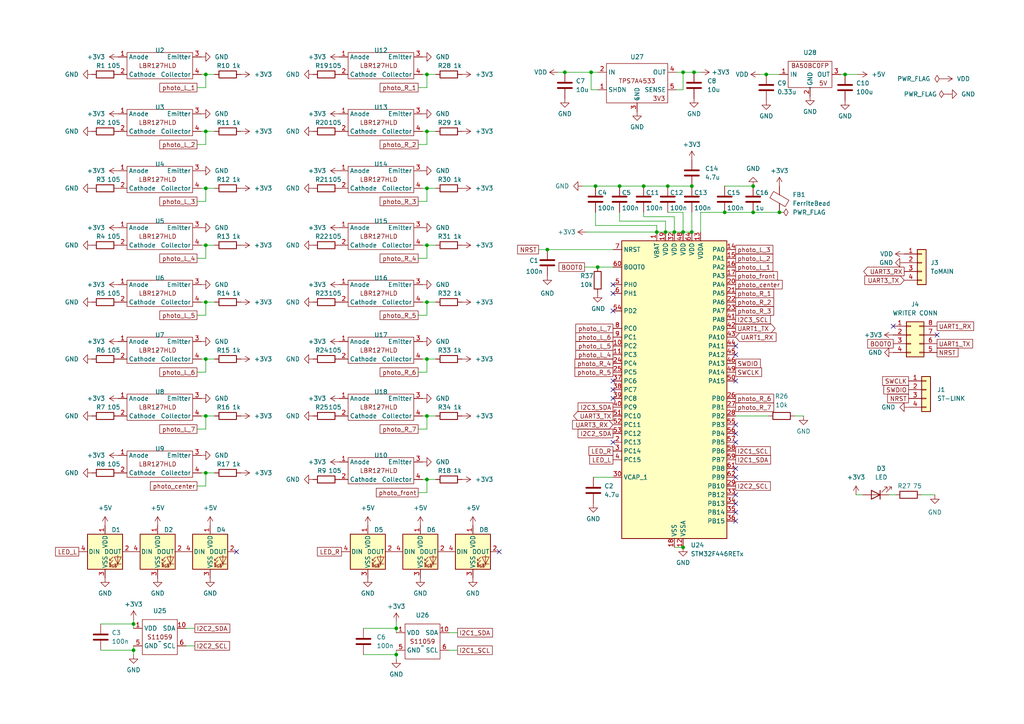
<source format=kicad_sch>
(kicad_sch (version 20230121) (generator eeschema)
  (paper "A4")
  (title_block (title "04-LINE") (date "2024-05-06") (company "tuton"))
  (lib_symbols
    (symbol "Connector_Generic:Conn_01x04" (pin_names (offset 1.016) hide)
      (property "Reference" "J" (at 0 5.08 0))
      (property "Value" "Conn_01x04" (at 0 -7.62 0))
      (symbol "Conn_01x04_1_1"
        (pin passive line (at -5.08 2.54 0) (length 3.81) (name "Pin_1") (number "1"))
        (pin passive line (at -5.08 0 0) (length 3.81) (name "Pin_2") (number "2"))
        (pin passive line (at -5.08 -2.54 0) (length 3.81) (name "Pin_3") (number "3"))
        (pin passive line (at -5.08 -5.08 0) (length 3.81) (name "Pin_4") (number "4"))
      )
    )
    (symbol "Connector_Generic:Conn_02x04_Counter_Clockwise" (pin_names (offset 1.016) hide)
      (property "Reference" "J" (at 1.27 5.08 0))
      (property "Value" "Conn_02x04_Counter_Clockwise" (at 1.27 -7.62 0))
      (symbol "Conn_02x04_Counter_Clockwise_1_1"
        (pin passive line (at -5.08 2.54 0) (length 3.81) (name "Pin_1") (number "1"))
        (pin passive line (at -5.08 0 0) (length 3.81) (name "Pin_2") (number "2"))
        (pin passive line (at -5.08 -2.54 0) (length 3.81) (name "Pin_3") (number "3"))
        (pin passive line (at -5.08 -5.08 0) (length 3.81) (name "Pin_4") (number "4"))
        (pin passive line (at 7.62 -5.08 180) (length 3.81) (name "Pin_5") (number "5"))
        (pin passive line (at 7.62 -2.54 180) (length 3.81) (name "Pin_6") (number "6"))
        (pin passive line (at 7.62 0 180) (length 3.81) (name "Pin_7") (number "7"))
        (pin passive line (at 7.62 2.54 180) (length 3.81) (name "Pin_8") (number "8"))
      )
    )
    (symbol "Device:C" (pin_numbers hide) (pin_names (offset 0.254))
      (property "Reference" "C" (at 0.635 2.54 0))
      (property "Value" "C" (at 0.635 -2.54 0))
      (symbol "C_1_1"
        (pin passive line (at 0 3.81 270) (length 2.794) (name "~") (number "1"))
        (pin passive line (at 0 -3.81 90) (length 2.794) (name "~") (number "2"))
      )
    )
    (symbol "Device:FerriteBead" (pin_numbers hide) (pin_names (offset 0))
      (property "Reference" "FB" (at -3.81 0.635 90))
      (property "Value" "FerriteBead" (at 3.81 0 90))
      (symbol "FerriteBead_1_1"
        (pin passive line (at 0 3.81 270) (length 2.54) (name "~") (number "1"))
        (pin passive line (at 0 -3.81 90) (length 2.54) (name "~") (number "2"))
      )
    )
    (symbol "Device:LED" (pin_numbers hide) (pin_names (offset 1.016) hide)
      (property "Reference" "D" (at 0 2.54 0))
      (property "Value" "LED" (at 0 -2.54 0))
      (symbol "LED_1_1"
        (pin passive line (at -3.81 0 0) (length 2.54) (name "K") (number "1"))
        (pin passive line (at 3.81 0 180) (length 2.54) (name "A") (number "2"))
      )
    )
    (symbol "Device:R" (pin_numbers hide) (pin_names (offset 0))
      (property "Reference" "R" (at 2.032 0 90))
      (property "Value" "R" (at 0 0 90))
      (symbol "R_1_1"
        (pin passive line (at 0 3.81 270) (length 1.27) (name "~") (number "1"))
        (pin passive line (at 0 -3.81 90) (length 1.27) (name "~") (number "2"))
      )
    )
    (symbol "JLCPCB_items:BA50BC0FP"
      (property "Reference" "U" (at 2.54 10.16 0))
      (symbol "BA50BC0FP_1_1"
        (text "5V" (at 3.81 1.27 0) (effects (font (size 1.27 1.27))))
        (text "BA50BC0FP" (at 0 6.35 0) (effects (font (size 1.27 1.27))))
        (pin power_in line (at -8.89 3.81 0) (length 2.54) (name "IN") (number "1"))
        (pin power_in line (at 0 -2.54 90) (length 2.54) (name "GND") (number "2"))
        (pin power_out line (at 8.89 3.81 180) (length 2.54) (name "OUT") (number "3"))
      )
    )
    (symbol "JLCPCB_items:TPS7A4533DCQR"
      (property "Reference" "U" (at 1.27 12.7 0))
      (symbol "TPS7A4533DCQR_1_1"
        (text "3V3" (at 6.35 1.27 0) (effects (font (size 1.27 1.27))))
        (text "TPS7A4533" (at 0 6.35 0) (effects (font (size 1.27 1.27))))
        (pin input line (at -11.43 3.81 0) (length 2.54) (name "SHDN") (number "1"))
        (pin power_in line (at -11.43 8.89 0) (length 2.54) (name "IN") (number "2"))
        (pin power_in line (at 0 -2.54 90) (length 2.54) (name "GND") (number "3"))
        (pin power_out line (at 11.43 8.89 180) (length 2.54) (name "OUT") (number "4"))
        (pin input line (at 11.43 3.81 180) (length 2.54) (name "SENSE") (number "5"))
        (pin power_in line (at 0 -2.54 90) (length 2.54) hide (name "GND") (number "6"))
      )
    )
    (symbol "LED:WS2812B" (pin_names (offset 0.254))
      (property "Reference" "D" (at 5.08 5.715 0))
      (property "Value" "WS2812B" (at 1.27 -5.715 0))
      (symbol "WS2812B_0_0"
        (text "RGB" (at 2.286 -4.191 0) (effects (font (size 0.762 0.762))))
      )
      (symbol "WS2812B_1_1"
        (pin power_in line (at 0 7.62 270) (length 2.54) (name "VDD") (number "1"))
        (pin output line (at 7.62 0 180) (length 2.54) (name "DOUT") (number "2"))
        (pin power_in line (at 0 -7.62 90) (length 2.54) (name "VSS") (number "3"))
        (pin input line (at -7.62 0 0) (length 2.54) (name "DIN") (number "4"))
      )
    )
    (symbol "MCU_ST_STM32F4:STM32F446RETx"
      (property "Reference" "U" (at -15.24 44.45 0))
      (property "Value" "STM32F446RETx" (at 10.16 44.45 0))
      (symbol "STM32F446RETx_1_1"
        (pin power_in line (at -5.08 45.72 270) (length 2.54) (name "VBAT") (number "1"))
        (pin bidirectional line (at -17.78 12.7 0) (length 2.54) (name "PC2") (number "10"))
        (pin bidirectional line (at -17.78 10.16 0) (length 2.54) (name "PC3") (number "11"))
        (pin power_in line (at 2.54 -45.72 90) (length 2.54) (name "VSSA") (number "12"))
        (pin power_in line (at 7.62 45.72 270) (length 2.54) (name "VDDA") (number "13"))
        (pin bidirectional line (at 17.78 40.64 180) (length 2.54) (name "PA0") (number "14"))
        (pin bidirectional line (at 17.78 38.1 180) (length 2.54) (name "PA1") (number "15"))
        (pin bidirectional line (at 17.78 35.56 180) (length 2.54) (name "PA2") (number "16"))
        (pin bidirectional line (at 17.78 33.02 180) (length 2.54) (name "PA3") (number "17"))
        (pin power_in line (at 0 -45.72 90) (length 2.54) (name "VSS") (number "18"))
        (pin power_in line (at -2.54 45.72 270) (length 2.54) (name "VDD") (number "19"))
        (pin bidirectional line (at -17.78 -15.24 0) (length 2.54) (name "PC13") (number "2"))
        (pin bidirectional line (at 17.78 30.48 180) (length 2.54) (name "PA4") (number "20"))
        (pin bidirectional line (at 17.78 27.94 180) (length 2.54) (name "PA5") (number "21"))
        (pin bidirectional line (at 17.78 25.4 180) (length 2.54) (name "PA6") (number "22"))
        (pin bidirectional line (at 17.78 22.86 180) (length 2.54) (name "PA7") (number "23"))
        (pin bidirectional line (at -17.78 7.62 0) (length 2.54) (name "PC4") (number "24"))
        (pin bidirectional line (at -17.78 5.08 0) (length 2.54) (name "PC5") (number "25"))
        (pin bidirectional line (at 17.78 -2.54 180) (length 2.54) (name "PB0") (number "26"))
        (pin bidirectional line (at 17.78 -5.08 180) (length 2.54) (name "PB1") (number "27"))
        (pin bidirectional line (at 17.78 -7.62 180) (length 2.54) (name "PB2") (number "28"))
        (pin bidirectional line (at 17.78 -27.94 180) (length 2.54) (name "PB10") (number "29"))
        (pin bidirectional line (at -17.78 -17.78 0) (length 2.54) (name "PC14") (number "3"))
        (pin power_out line (at -17.78 -25.4 0) (length 2.54) (name "VCAP_1") (number "30"))
        (pin passive line (at 0 -45.72 90) (length 2.54) hide (name "VSS") (number "31"))
        (pin power_in line (at 0 45.72 270) (length 2.54) (name "VDD") (number "32"))
        (pin bidirectional line (at 17.78 -30.48 180) (length 2.54) (name "PB12") (number "33"))
        (pin bidirectional line (at 17.78 -33.02 180) (length 2.54) (name "PB13") (number "34"))
        (pin bidirectional line (at 17.78 -35.56 180) (length 2.54) (name "PB14") (number "35"))
        (pin bidirectional line (at 17.78 -38.1 180) (length 2.54) (name "PB15") (number "36"))
        (pin bidirectional line (at -17.78 2.54 0) (length 2.54) (name "PC6") (number "37"))
        (pin bidirectional line (at -17.78 0 0) (length 2.54) (name "PC7") (number "38"))
        (pin bidirectional line (at -17.78 -2.54 0) (length 2.54) (name "PC8") (number "39"))
        (pin bidirectional line (at -17.78 -20.32 0) (length 2.54) (name "PC15") (number "4"))
        (pin bidirectional line (at -17.78 -5.08 0) (length 2.54) (name "PC9") (number "40"))
        (pin bidirectional line (at 17.78 20.32 180) (length 2.54) (name "PA8") (number "41"))
        (pin bidirectional line (at 17.78 17.78 180) (length 2.54) (name "PA9") (number "42"))
        (pin bidirectional line (at 17.78 15.24 180) (length 2.54) (name "PA10") (number "43"))
        (pin bidirectional line (at 17.78 12.7 180) (length 2.54) (name "PA11") (number "44"))
        (pin bidirectional line (at 17.78 10.16 180) (length 2.54) (name "PA12") (number "45"))
        (pin bidirectional line (at 17.78 7.62 180) (length 2.54) (name "PA13") (number "46"))
        (pin passive line (at 0 -45.72 90) (length 2.54) hide (name "VSS") (number "47"))
        (pin power_in line (at 2.54 45.72 270) (length 2.54) (name "VDD") (number "48"))
        (pin bidirectional line (at 17.78 5.08 180) (length 2.54) (name "PA14") (number "49"))
        (pin bidirectional line (at -17.78 30.48 0) (length 2.54) (name "PH0") (number "5"))
        (pin bidirectional line (at 17.78 2.54 180) (length 2.54) (name "PA15") (number "50"))
        (pin bidirectional line (at -17.78 -7.62 0) (length 2.54) (name "PC10") (number "51"))
        (pin bidirectional line (at -17.78 -10.16 0) (length 2.54) (name "PC11") (number "52"))
        (pin bidirectional line (at -17.78 -12.7 0) (length 2.54) (name "PC12") (number "53"))
        (pin bidirectional line (at -17.78 22.86 0) (length 2.54) (name "PD2") (number "54"))
        (pin bidirectional line (at 17.78 -10.16 180) (length 2.54) (name "PB3") (number "55"))
        (pin bidirectional line (at 17.78 -12.7 180) (length 2.54) (name "PB4") (number "56"))
        (pin bidirectional line (at 17.78 -15.24 180) (length 2.54) (name "PB5") (number "57"))
        (pin bidirectional line (at 17.78 -17.78 180) (length 2.54) (name "PB6") (number "58"))
        (pin bidirectional line (at 17.78 -20.32 180) (length 2.54) (name "PB7") (number "59"))
        (pin bidirectional line (at -17.78 27.94 0) (length 2.54) (name "PH1") (number "6"))
        (pin input line (at -17.78 35.56 0) (length 2.54) (name "BOOT0") (number "60"))
        (pin bidirectional line (at 17.78 -22.86 180) (length 2.54) (name "PB8") (number "61"))
        (pin bidirectional line (at 17.78 -25.4 180) (length 2.54) (name "PB9") (number "62"))
        (pin passive line (at 0 -45.72 90) (length 2.54) hide (name "VSS") (number "63"))
        (pin power_in line (at 5.08 45.72 270) (length 2.54) (name "VDD") (number "64"))
        (pin input line (at -17.78 40.64 0) (length 2.54) (name "NRST") (number "7"))
        (pin bidirectional line (at -17.78 17.78 0) (length 2.54) (name "PC0") (number "8"))
        (pin bidirectional line (at -17.78 15.24 0) (length 2.54) (name "PC1") (number "9"))
      )
    )
    (symbol "akiduki:LBR127HLD"
      (property "Reference" "U" (at 1.27 -5.08 0))
      (symbol "LBR127HLD_1_1"
        (text "LBR127HLD" (at 0 0 0) (effects (font (size 1.27 1.27))))
        (pin passive line (at -11.43 2.54 0) (length 2.54) (name "Anode") (number "1"))
        (pin passive line (at -11.43 -2.54 0) (length 2.54) (name "Cathode") (number "2"))
        (pin passive line (at 12.7 2.54 180) (length 2.54) (name "Emitter") (number "3"))
        (pin passive line (at 12.7 -2.54 180) (length 2.54) (name "Collector") (number "4"))
      )
    )
    (symbol "akiduki:S11059"
      (property "Reference" "U" (at -2.54 -5.08 0))
      (symbol "S11059_1_1"
        (text "S11059\n" (at 0 1.27 0) (effects (font (size 1.27 1.27))))
        (pin power_in line (at -7.62 3.81 0) (length 2.54) (name "VDD") (number "1"))
        (pin passive line (at 7.62 3.81 180) (length 2.54) (name "SDA") (number "10"))
        (pin power_in line (at -7.62 -1.27 0) (length 2.54) (name "GND") (number "5"))
        (pin passive line (at 7.62 -1.27 180) (length 2.54) (name "SCL") (number "6"))
      )
    )
    (symbol "power:+3V3" (power) (pin_names (offset 0))
      (property "Value" "+3V3" (at 0 3.556 0))
      (symbol "+3V3_1_1"
        (pin power_in line (at 0 0 90) (length 0) hide (name "+3V3") (number "1"))
      )
    )
    (symbol "power:+5V" (power) (pin_names (offset 0))
      (property "Value" "+5V" (at 0 3.556 0))
      (symbol "+5V_1_1"
        (pin power_in line (at 0 0 90) (length 0) hide (name "+5V") (number "1"))
      )
    )
    (symbol "power:GND" (power) (pin_names (offset 0))
      (property "Value" "GND" (at 0 -3.81 0))
      (symbol "GND_1_1"
        (pin power_in line (at 0 0 270) (length 0) hide (name "GND") (number "1"))
      )
    )
    (symbol "power:PWR_FLAG" (power) (pin_numbers hide) (pin_names (offset 0) hide)
      (property "Value" "PWR_FLAG" (at 0 3.81 0))
      (symbol "PWR_FLAG_0_0"
        (pin power_out line (at 0 0 90) (length 0) (name "pwr") (number "1"))
      )
    )
    (symbol "power:VDD" (power) (pin_names (offset 0))
      (property "Value" "VDD" (at 0 3.81 0))
      (symbol "VDD_1_1"
        (pin power_in line (at 0 0 90) (length 0) hide (name "VDD") (number "1"))
      )
    )
  )
  (junction (at 123.825 54.61))
  (junction (at 200.66 67.31))
  (junction (at 245.11 21.59))
  (junction (at 218.44 53.975))
  (junction (at 218.44 61.595))
  (junction (at 123.825 21.59))
  (junction (at 38.735 180.975))
  (junction (at 198.12 20.955))
  (junction (at 123.825 139.065))
  (junction (at 201.295 20.955))
  (junction (at 123.825 71.12))
  (junction (at 59.69 21.59))
  (junction (at 193.04 67.31))
  (junction (at 172.72 53.975))
  (junction (at 59.69 54.61))
  (junction (at 123.825 104.14))
  (junction (at 59.69 137.16))
  (junction (at 171.45 20.955))
  (junction (at 158.75 72.39))
  (junction (at 190.5 67.31))
  (junction (at 226.06 61.595))
  (junction (at 59.69 71.12))
  (junction (at 114.935 189.865))
  (junction (at 210.185 61.595))
  (junction (at 195.58 67.31))
  (junction (at 198.12 158.75))
  (junction (at 114.935 182.245))
  (junction (at 59.69 87.63))
  (junction (at 123.825 38.1))
  (junction (at 59.69 104.14))
  (junction (at 173.355 77.47))
  (junction (at 163.83 20.955))
  (junction (at 193.675 53.975))
  (junction (at 186.69 53.975))
  (junction (at 200.66 53.975))
  (junction (at 38.735 188.595))
  (junction (at 198.12 67.31))
  (junction (at 59.69 38.1))
  (junction (at 123.825 120.65))
  (junction (at 222.25 21.59))
  (junction (at 59.69 120.65))
  (junction (at 179.705 53.975))
  (junction (at 123.825 87.63))
  (no_connect (at 213.36 151.13))
  (no_connect (at 213.36 125.73))
  (no_connect (at 213.36 146.05))
  (no_connect (at 259.08 94.615))
  (no_connect (at 213.36 110.49))
  (no_connect (at 213.36 135.89))
  (no_connect (at 177.8 85.09))
  (no_connect (at 271.78 97.155))
  (no_connect (at 213.36 128.27))
  (no_connect (at 213.36 100.33))
  (no_connect (at 213.36 138.43))
  (no_connect (at 177.8 113.03))
  (no_connect (at 213.36 102.87))
  (no_connect (at 213.36 123.19))
  (no_connect (at 213.36 143.51))
  (no_connect (at 177.8 110.49))
  (no_connect (at 213.36 148.59))
  (no_connect (at 177.8 90.17))
  (no_connect (at 68.58 160.02))
  (no_connect (at 177.8 115.57))
  (no_connect (at 144.78 160.02))
  (no_connect (at 177.8 82.55))
  (no_connect (at 177.8 128.27))
  (wire (pts (xy 121.285 74.93) (xy 123.825 74.93)))
  (wire (pts (xy 195.58 67.31) (xy 198.12 67.31)))
  (wire (pts (xy 123.825 104.14) (xy 122.555 104.14)))
  (wire (pts (xy 105.41 189.865) (xy 114.935 189.865)))
  (wire (pts (xy 38.735 180.975) (xy 38.735 182.245)))
  (wire (pts (xy 59.69 58.42) (xy 59.69 54.61)))
  (wire (pts (xy 121.285 25.4) (xy 123.825 25.4)))
  (wire (pts (xy 57.15 41.91) (xy 59.69 41.91)))
  (wire (pts (xy 59.69 74.93) (xy 59.69 71.12)))
  (wire (pts (xy 171.45 26.035) (xy 171.45 20.955)))
  (wire (pts (xy 121.285 142.875) (xy 123.825 142.875)))
  (wire (pts (xy 123.825 71.12) (xy 122.555 71.12)))
  (wire (pts (xy 57.15 140.97) (xy 59.69 140.97)))
  (wire (pts (xy 123.825 107.95) (xy 123.825 104.14)))
  (wire (pts (xy 179.705 53.975) (xy 186.69 53.975)))
  (wire (pts (xy 186.69 53.975) (xy 193.675 53.975)))
  (wire (pts (xy 168.91 53.975) (xy 172.72 53.975)))
  (wire (pts (xy 62.23 137.16) (xy 59.69 137.16)))
  (wire (pts (xy 126.365 38.1) (xy 123.825 38.1)))
  (wire (pts (xy 130.175 183.515) (xy 132.715 183.515)))
  (wire (pts (xy 173.355 77.47) (xy 177.8 77.47)))
  (wire (pts (xy 123.825 124.46) (xy 123.825 120.65)))
  (wire (pts (xy 203.2 61.595) (xy 210.185 61.595)))
  (wire (pts (xy 173.355 26.035) (xy 171.45 26.035)))
  (wire (pts (xy 121.285 107.95) (xy 123.825 107.95)))
  (wire (pts (xy 123.825 87.63) (xy 122.555 87.63)))
  (wire (pts (xy 62.23 71.12) (xy 59.69 71.12)))
  (wire (pts (xy 213.36 120.65) (xy 222.885 120.65)))
  (wire (pts (xy 59.69 140.97) (xy 59.69 137.16)))
  (wire (pts (xy 59.69 38.1) (xy 58.42 38.1)))
  (wire (pts (xy 62.23 21.59) (xy 59.69 21.59)))
  (wire (pts (xy 121.285 124.46) (xy 123.825 124.46)))
  (wire (pts (xy 190.5 67.31) (xy 193.04 67.31)))
  (wire (pts (xy 198.12 20.955) (xy 201.295 20.955)))
  (wire (pts (xy 59.69 21.59) (xy 58.42 21.59)))
  (wire (pts (xy 53.975 182.245) (xy 56.515 182.245)))
  (wire (pts (xy 59.69 107.95) (xy 59.69 104.14)))
  (wire (pts (xy 186.69 61.595) (xy 186.69 62.865)))
  (wire (pts (xy 271.145 143.51) (xy 267.335 143.51)))
  (wire (pts (xy 172.72 53.975) (xy 179.705 53.975)))
  (wire (pts (xy 59.69 91.44) (xy 59.69 87.63)))
  (wire (pts (xy 196.215 26.035) (xy 198.12 26.035)))
  (wire (pts (xy 210.185 61.595) (xy 218.44 61.595)))
  (wire (pts (xy 130.175 188.595) (xy 132.715 188.595)))
  (wire (pts (xy 203.2 67.31) (xy 203.2 61.595)))
  (wire (pts (xy 59.69 124.46) (xy 59.69 120.65)))
  (wire (pts (xy 123.825 41.91) (xy 123.825 38.1)))
  (wire (pts (xy 195.58 158.75) (xy 198.12 158.75)))
  (wire (pts (xy 158.75 72.39) (xy 177.8 72.39)))
  (wire (pts (xy 123.825 91.44) (xy 123.825 87.63)))
  (wire (pts (xy 243.84 21.59) (xy 245.11 21.59)))
  (wire (pts (xy 62.23 38.1) (xy 59.69 38.1)))
  (wire (pts (xy 121.285 58.42) (xy 123.825 58.42)))
  (wire (pts (xy 193.04 64.135) (xy 193.04 67.31)))
  (wire (pts (xy 179.705 61.595) (xy 179.705 64.135)))
  (wire (pts (xy 121.285 41.91) (xy 123.825 41.91)))
  (wire (pts (xy 171.45 20.955) (xy 173.355 20.955)))
  (wire (pts (xy 29.21 188.595) (xy 38.735 188.595)))
  (wire (pts (xy 59.69 54.61) (xy 58.42 54.61)))
  (wire (pts (xy 123.825 58.42) (xy 123.825 54.61)))
  (wire (pts (xy 245.11 21.59) (xy 248.92 21.59)))
  (wire (pts (xy 62.23 54.61) (xy 59.69 54.61)))
  (wire (pts (xy 105.41 182.245) (xy 114.935 182.245)))
  (wire (pts (xy 230.505 120.65) (xy 233.045 120.65)))
  (wire (pts (xy 126.365 120.65) (xy 123.825 120.65)))
  (wire (pts (xy 57.15 58.42) (xy 59.69 58.42)))
  (wire (pts (xy 38.735 179.705) (xy 38.735 180.975)))
  (wire (pts (xy 59.69 137.16) (xy 58.42 137.16)))
  (wire (pts (xy 198.12 26.035) (xy 198.12 20.955)))
  (wire (pts (xy 38.735 187.325) (xy 38.735 188.595)))
  (wire (pts (xy 123.825 21.59) (xy 122.555 21.59)))
  (wire (pts (xy 126.365 139.065) (xy 123.825 139.065)))
  (wire (pts (xy 161.925 20.955) (xy 163.83 20.955)))
  (wire (pts (xy 193.04 67.31) (xy 195.58 67.31)))
  (wire (pts (xy 190.5 65.405) (xy 190.5 67.31)))
  (wire (pts (xy 38.735 188.595) (xy 38.735 189.865)))
  (wire (pts (xy 172.085 138.43) (xy 177.8 138.43)))
  (wire (pts (xy 59.69 104.14) (xy 58.42 104.14)))
  (wire (pts (xy 195.58 62.865) (xy 195.58 67.31)))
  (wire (pts (xy 179.705 64.135) (xy 193.04 64.135)))
  (wire (pts (xy 114.935 182.245) (xy 114.935 183.515)))
  (wire (pts (xy 121.285 91.44) (xy 123.825 91.44)))
  (wire (pts (xy 114.935 188.595) (xy 114.935 189.865)))
  (wire (pts (xy 163.83 20.955) (xy 171.45 20.955)))
  (wire (pts (xy 170.18 67.31) (xy 190.5 67.31)))
  (wire (pts (xy 156.21 72.39) (xy 158.75 72.39)))
  (wire (pts (xy 210.185 53.975) (xy 218.44 53.975)))
  (wire (pts (xy 62.23 87.63) (xy 59.69 87.63)))
  (wire (pts (xy 59.69 41.91) (xy 59.69 38.1)))
  (wire (pts (xy 198.12 67.31) (xy 200.66 67.31)))
  (wire (pts (xy 123.825 25.4) (xy 123.825 21.59)))
  (wire (pts (xy 172.72 61.595) (xy 172.72 65.405)))
  (wire (pts (xy 169.545 77.47) (xy 173.355 77.47)))
  (wire (pts (xy 62.23 120.65) (xy 59.69 120.65)))
  (wire (pts (xy 57.15 25.4) (xy 59.69 25.4)))
  (wire (pts (xy 57.15 107.95) (xy 59.69 107.95)))
  (wire (pts (xy 222.25 21.59) (xy 226.06 21.59)))
  (wire (pts (xy 123.825 139.065) (xy 122.555 139.065)))
  (wire (pts (xy 123.825 120.65) (xy 122.555 120.65)))
  (wire (pts (xy 186.69 62.865) (xy 195.58 62.865)))
  (wire (pts (xy 123.825 38.1) (xy 122.555 38.1)))
  (wire (pts (xy 59.69 120.65) (xy 58.42 120.65)))
  (wire (pts (xy 193.675 53.975) (xy 200.66 53.975)))
  (wire (pts (xy 196.215 20.955) (xy 198.12 20.955)))
  (wire (pts (xy 59.69 71.12) (xy 58.42 71.12)))
  (wire (pts (xy 198.12 61.595) (xy 198.12 67.31)))
  (wire (pts (xy 59.69 87.63) (xy 58.42 87.63)))
  (wire (pts (xy 250.19 143.51) (xy 248.285 143.51)))
  (wire (pts (xy 114.935 189.865) (xy 114.935 191.135)))
  (wire (pts (xy 123.825 142.875) (xy 123.825 139.065)))
  (wire (pts (xy 126.365 104.14) (xy 123.825 104.14)))
  (wire (pts (xy 193.675 61.595) (xy 198.12 61.595)))
  (wire (pts (xy 114.935 180.34) (xy 114.935 182.245)))
  (wire (pts (xy 126.365 71.12) (xy 123.825 71.12)))
  (wire (pts (xy 200.66 61.595) (xy 200.66 67.31)))
  (wire (pts (xy 126.365 21.59) (xy 123.825 21.59)))
  (wire (pts (xy 220.345 21.59) (xy 222.25 21.59)))
  (wire (pts (xy 126.365 54.61) (xy 123.825 54.61)))
  (wire (pts (xy 57.15 74.93) (xy 59.69 74.93)))
  (wire (pts (xy 59.69 25.4) (xy 59.69 21.59)))
  (wire (pts (xy 57.15 124.46) (xy 59.69 124.46)))
  (wire (pts (xy 259.715 143.51) (xy 257.81 143.51)))
  (wire (pts (xy 62.23 104.14) (xy 59.69 104.14)))
  (wire (pts (xy 218.44 61.595) (xy 226.06 61.595)))
  (wire (pts (xy 123.825 74.93) (xy 123.825 71.12)))
  (wire (pts (xy 29.21 180.975) (xy 38.735 180.975)))
  (wire (pts (xy 57.15 91.44) (xy 59.69 91.44)))
  (wire (pts (xy 126.365 87.63) (xy 123.825 87.63)))
  (wire (pts (xy 53.975 187.325) (xy 56.515 187.325)))
  (wire (pts (xy 123.825 54.61) (xy 122.555 54.61)))
  (wire (pts (xy 201.295 20.955) (xy 203.2 20.955)))
  (wire (pts (xy 172.72 65.405) (xy 190.5 65.405)))
  (global_label "photo_R_4" (shape passive) (at 177.8 105.41 180) (property "Intersheetrefs" "${INTERSHEET_REFS}" (effects hide)))
  (global_label "photo_L_1" (shape passive) (at 57.15 25.4 180) (property "Intersheetrefs" "${INTERSHEET_REFS}" (effects hide)))
  (global_label "I2C3_SCL" (shape passive) (at 213.36 92.71 0) (property "Intersheetrefs" "${INTERSHEET_REFS}" (effects hide)))
  (global_label "UART1_RX" (shape passive) (at 271.78 94.615 0) (property "Intersheetrefs" "${INTERSHEET_REFS}" (effects hide)))
  (global_label "photo_L_5" (shape passive) (at 57.15 91.44 180) (property "Intersheetrefs" "${INTERSHEET_REFS}" (effects hide)))
  (global_label "LED_L" (shape passive) (at 177.8 133.35 180) (property "Intersheetrefs" "${INTERSHEET_REFS}" (effects hide)))
  (global_label "LED_R" (shape passive) (at 177.8 130.81 180) (property "Intersheetrefs" "${INTERSHEET_REFS}" (effects hide)))
  (global_label "photo_L_6" (shape passive) (at 57.15 107.95 180) (property "Intersheetrefs" "${INTERSHEET_REFS}" (effects hide)))
  (global_label "I2C1_SCL" (shape passive) (at 213.36 130.81 0) (property "Intersheetrefs" "${INTERSHEET_REFS}" (effects hide)))
  (global_label "photo_R_5" (shape passive) (at 177.8 107.95 180) (property "Intersheetrefs" "${INTERSHEET_REFS}" (effects hide)))
  (global_label "photo_R_3" (shape passive) (at 213.36 90.17 0) (property "Intersheetrefs" "${INTERSHEET_REFS}" (effects hide)))
  (global_label "photo_L_6" (shape passive) (at 177.8 97.79 180) (property "Intersheetrefs" "${INTERSHEET_REFS}" (effects hide)))
  (global_label "photo_L_2" (shape passive) (at 213.36 74.93 0) (property "Intersheetrefs" "${INTERSHEET_REFS}" (effects hide)))
  (global_label "photo_front" (shape passive) (at 121.285 142.875 180) (property "Intersheetrefs" "${INTERSHEET_REFS}" (effects hide)))
  (global_label "photo_L_7" (shape passive) (at 57.15 124.46 180) (property "Intersheetrefs" "${INTERSHEET_REFS}" (effects hide)))
  (global_label "photo_center" (shape passive) (at 213.36 82.55 0) (property "Intersheetrefs" "${INTERSHEET_REFS}" (effects hide)))
  (global_label "I2C2_SCL" (shape passive) (at 213.36 140.97 0) (property "Intersheetrefs" "${INTERSHEET_REFS}" (effects hide)))
  (global_label "I2C2_SCL" (shape passive) (at 56.515 187.325 0) (property "Intersheetrefs" "${INTERSHEET_REFS}" (effects hide)))
  (global_label "photo_L_3" (shape passive) (at 213.36 72.39 0) (property "Intersheetrefs" "${INTERSHEET_REFS}" (effects hide)))
  (global_label "UART1_TX" (shape passive) (at 271.78 99.695 0) (property "Intersheetrefs" "${INTERSHEET_REFS}" (effects hide)))
  (global_label "photo_L_3" (shape passive) (at 57.15 58.42 180) (property "Intersheetrefs" "${INTERSHEET_REFS}" (effects hide)))
  (global_label "SWDIO" (shape passive) (at 213.36 105.41 0) (property "Intersheetrefs" "${INTERSHEET_REFS}" (effects hide)))
  (global_label "BOOT0" (shape passive) (at 169.545 77.47 180) (property "Intersheetrefs" "${INTERSHEET_REFS}" (effects hide)))
  (global_label "I2C2_SDA" (shape passive) (at 177.8 125.73 180) (property "Intersheetrefs" "${INTERSHEET_REFS}" (effects hide)))
  (global_label "UART1_RX" (shape input) (at 213.36 97.79 0) (property "Intersheetrefs" "${INTERSHEET_REFS}" (effects hide)))
  (global_label "I2C1_SDA" (shape passive) (at 213.36 133.35 0) (property "Intersheetrefs" "${INTERSHEET_REFS}" (effects hide)))
  (global_label "photo_R_7" (shape passive) (at 213.36 118.11 0) (property "Intersheetrefs" "${INTERSHEET_REFS}" (effects hide)))
  (global_label "SWCLK" (shape passive) (at 213.36 107.95 0) (property "Intersheetrefs" "${INTERSHEET_REFS}" (effects hide)))
  (global_label "NRST" (shape passive) (at 263.525 115.57 180) (property "Intersheetrefs" "${INTERSHEET_REFS}" (effects hide)))
  (global_label "I2C2_SDA" (shape passive) (at 56.515 182.245 0) (property "Intersheetrefs" "${INTERSHEET_REFS}" (effects hide)))
  (global_label "I2C3_SDA" (shape passive) (at 177.8 118.11 180) (property "Intersheetrefs" "${INTERSHEET_REFS}" (effects hide)))
  (global_label "photo_L_4" (shape passive) (at 177.8 102.87 180) (property "Intersheetrefs" "${INTERSHEET_REFS}" (effects hide)))
  (global_label "I2C1_SCL" (shape passive) (at 132.715 188.595 0) (property "Intersheetrefs" "${INTERSHEET_REFS}" (effects hide)))
  (global_label "photo_L_1" (shape passive) (at 213.36 77.47 0) (property "Intersheetrefs" "${INTERSHEET_REFS}" (effects hide)))
  (global_label "photo_R_3" (shape passive) (at 121.285 58.42 180) (property "Intersheetrefs" "${INTERSHEET_REFS}" (effects hide)))
  (global_label "UART3_RX" (shape input) (at 177.8 123.19 180) (property "Intersheetrefs" "${INTERSHEET_REFS}" (effects hide)))
  (global_label "photo_L_4" (shape passive) (at 57.15 74.93 180) (property "Intersheetrefs" "${INTERSHEET_REFS}" (effects hide)))
  (global_label "NRST" (shape passive) (at 271.78 102.235 0) (property "Intersheetrefs" "${INTERSHEET_REFS}" (effects hide)))
  (global_label "photo_front" (shape passive) (at 213.36 80.01 0) (property "Intersheetrefs" "${INTERSHEET_REFS}" (effects hide)))
  (global_label "photo_R_2" (shape passive) (at 121.285 41.91 180) (property "Intersheetrefs" "${INTERSHEET_REFS}" (effects hide)))
  (global_label "photo_R_7" (shape passive) (at 121.285 124.46 180) (property "Intersheetrefs" "${INTERSHEET_REFS}" (effects hide)))
  (global_label "NRST" (shape passive) (at 156.21 72.39 180) (property "Intersheetrefs" "${INTERSHEET_REFS}" (effects hide)))
  (global_label "photo_R_4" (shape passive) (at 121.285 74.93 180) (property "Intersheetrefs" "${INTERSHEET_REFS}" (effects hide)))
  (global_label "photo_L_2" (shape passive) (at 57.15 41.91 180) (property "Intersheetrefs" "${INTERSHEET_REFS}" (effects hide)))
  (global_label "photo_R_6" (shape passive) (at 213.36 115.57 0) (property "Intersheetrefs" "${INTERSHEET_REFS}" (effects hide)))
  (global_label "SWDIO" (shape passive) (at 263.525 113.03 180) (property "Intersheetrefs" "${INTERSHEET_REFS}" (effects hide)))
  (global_label "SWCLK" (shape passive) (at 263.525 110.49 180) (property "Intersheetrefs" "${INTERSHEET_REFS}" (effects hide)))
  (global_label "I2C1_SDA" (shape passive) (at 132.715 183.515 0) (property "Intersheetrefs" "${INTERSHEET_REFS}" (effects hide)))
  (global_label "photo_R_6" (shape passive) (at 121.285 107.95 180) (property "Intersheetrefs" "${INTERSHEET_REFS}" (effects hide)))
  (global_label "photo_L_7" (shape passive) (at 177.8 95.25 180) (property "Intersheetrefs" "${INTERSHEET_REFS}" (effects hide)))
  (global_label "photo_R_1" (shape passive) (at 213.36 85.09 0) (property "Intersheetrefs" "${INTERSHEET_REFS}" (effects hide)))
  (global_label "photo_center" (shape passive) (at 57.15 140.97 180) (property "Intersheetrefs" "${INTERSHEET_REFS}" (effects hide)))
  (global_label "LED_L" (shape passive) (at 22.86 160.02 180) (property "Intersheetrefs" "${INTERSHEET_REFS}" (effects hide)))
  (global_label "photo_R_1" (shape passive) (at 121.285 25.4 180) (property "Intersheetrefs" "${INTERSHEET_REFS}" (effects hide)))
  (global_label "photo_R_2" (shape passive) (at 213.36 87.63 0) (property "Intersheetrefs" "${INTERSHEET_REFS}" (effects hide)))
  (global_label "UART3_TX" (shape input) (at 262.255 81.28 180) (property "Intersheetrefs" "${INTERSHEET_REFS}" (effects hide)))
  (global_label "photo_L_5" (shape passive) (at 177.8 100.33 180) (property "Intersheetrefs" "${INTERSHEET_REFS}" (effects hide)))
  (global_label "BOOT0" (shape passive) (at 259.08 99.695 180) (property "Intersheetrefs" "${INTERSHEET_REFS}" (effects hide)))
  (global_label "UART3_TX" (shape output) (at 177.8 120.65 180) (property "Intersheetrefs" "${INTERSHEET_REFS}" (effects hide)))
  (global_label "UART1_TX" (shape output) (at 213.36 95.25 0) (property "Intersheetrefs" "${INTERSHEET_REFS}" (effects hide)))
  (global_label "UART3_RX" (shape output) (at 262.255 78.74 180) (property "Intersheetrefs" "${INTERSHEET_REFS}" (effects hide)))
  (global_label "photo_R_5" (shape passive) (at 121.285 91.44 180) (property "Intersheetrefs" "${INTERSHEET_REFS}" (effects hide)))
  (global_label "LED_R" (shape passive) (at 99.06 160.02 180) (property "Intersheetrefs" "${INTERSHEET_REFS}" (effects hide)))
  (symbol (lib_id "power:+3V3") (at 34.29 99.06 90) (unit 1)
    (property "Reference" "#PWR016" (effects hide))
    (property "Value" "+3V3" (at 30.48 99.06 90) (effects (justify left)))
  )
  (symbol (lib_id "power:+3V3") (at 133.985 120.65 270) (unit 1)
    (property "Reference" "#PWR076" (effects hide))
    (property "Value" "+3V3" (at 137.795 120.65 90) (effects (justify left)))
  )
  (symbol (lib_id "akiduki:LBR127HLD") (at 109.855 19.05 0) (unit 1)
    (property "Reference" "U12" (at 110.49 14.605 0))
    (property "Value" "~" (at 109.855 19.05 0))
    (property "Footprint" "Akiduki:LBR127HLD" (effects hide))
  )
  (symbol (lib_id "power:+3V3") (at 69.85 120.65 270) (unit 1)
    (property "Reference" "#PWR037" (effects hide))
    (property "Value" "+3V3" (at 73.66 120.65 90) (effects (justify left)))
  )
  (symbol (lib_id "power:GND") (at 271.145 143.51 0) (unit 1)
    (property "Reference" "#PWR058" (effects hide))
    (property "Value" "GND" (at 271.145 148.59 0))
  )
  (symbol (lib_id "power:+3V3") (at 133.985 87.63 270) (unit 1)
    (property "Reference" "#PWR074" (effects hide))
    (property "Value" "+3V3" (at 137.795 87.63 90) (effects (justify left)))
  )
  (symbol (lib_id "LED:WS2812B") (at 45.72 160.02 0) (unit 1)
    (property "Reference" "D2" (at 48.895 153.67 0))
    (property "Value" "WS2812B" (effects hide))
    (property "Footprint" "LED_SMD:LED_WS2812B_PLCC4_5.0x5.0mm_P3.2mm" (effects hide))
    (property "Datasheet" "https://cdn-shop.adafruit.com/datasheets/WS2812B.pdf" (effects hide))
    (property "LCSC" "C2843785" (effects hide))
  )
  (symbol (lib_id "Device:R") (at 30.48 120.65 270) (unit 1)
    (property "Reference" "R7" (at 29.21 118.11 90))
    (property "Value" "105" (at 33.02 118.11 90))
    (property "Footprint" "Resistor_SMD:R_0603_1608Metric" (effects hide))
    (property "LCSC" "C128061" (effects hide))
  )
  (symbol (lib_id "power:+3V3") (at 98.425 82.55 90) (unit 1)
    (property "Reference" "#PWR054" (effects hide))
    (property "Value" "+3V3" (at 94.615 82.55 90) (effects (justify left)))
  )
  (symbol (lib_id "power:PWR_FLAG") (at 273.685 22.86 90) (unit 1)
    (property "Reference" "#FLG01" (effects hide))
    (property "Value" "PWR_FLAG" (at 269.875 22.86 90) (effects (justify left)))
  )
  (symbol (lib_id "Device:R") (at 94.615 71.12 270) (unit 1)
    (property "Reference" "R22" (at 93.345 68.58 90))
    (property "Value" "105" (at 97.155 68.58 90))
    (property "Footprint" "Resistor_SMD:R_0603_1608Metric" (effects hide))
    (property "LCSC" "C128061" (effects hide))
  )
  (symbol (lib_id "Device:C") (at 218.44 57.785 0) (unit 1)
    (property "Reference" "C16" (at 219.075 55.88 0) (effects (justify left)))
    (property "Value" "1u" (at 219.075 60.325 0) (effects (justify left)))
    (property "Footprint" "Capacitor_SMD:C_0402_1005Metric" (effects hide))
    (property "LCSC" "C3012378" (effects hide))
  )
  (symbol (lib_id "Device:C") (at 29.21 184.785 0) (unit 1)
    (property "Reference" "C3" (at 32.385 183.515 0) (effects (justify left)))
    (property "Value" "100n" (at 32.385 186.055 0) (effects (justify left)))
    (property "Footprint" "Capacitor_SMD:C_0402_1005Metric" (effects hide))
    (property "LCSC" "C1525" (effects hide))
  )
  (symbol (lib_id "power:GND") (at 122.555 82.55 90) (unit 1)
    (property "Reference" "#PWR064" (effects hide))
    (property "Value" "GND" (at 126.365 82.55 90) (effects (justify right)))
  )
  (symbol (lib_id "Device:R") (at 30.48 38.1 270) (unit 1)
    (property "Reference" "R2" (at 29.21 35.56 90))
    (property "Value" "105" (at 33.02 35.56 90))
    (property "Footprint" "Resistor_SMD:R_0603_1608Metric" (effects hide))
    (property "LCSC" "C128061" (effects hide))
  )
  (symbol (lib_id "Device:FerriteBead") (at 226.06 57.785 0) (unit 1)
    (property "Reference" "FB1" (at 229.87 56.4642 0) (effects (justify left)))
    (property "Value" "FerriteBead" (at 229.87 59.0042 0) (effects (justify left)))
    (property "Footprint" "Resistor_SMD:R_0805_2012Metric" (effects hide))
    (property "LCSC" "C1015" (effects hide))
  )
  (symbol (lib_id "Device:R") (at 226.695 120.65 90) (unit 1)
    (property "Reference" "R26" (at 226.695 114.935 90))
    (property "Value" "10k" (at 226.695 117.475 90))
    (property "Footprint" "Resistor_SMD:R_0603_1608Metric" (effects hide))
    (property "LCSC" "C137819" (effects hide))
  )
  (symbol (lib_id "power:GND") (at 90.805 71.12 270) (unit 1)
    (property "Reference" "#PWR044" (effects hide))
    (property "Value" "GND" (at 86.995 71.12 90) (effects (justify right)))
  )
  (symbol (lib_id "power:+3V3") (at 38.735 179.705 0) (unit 1)
    (property "Reference" "#PWR088" (effects hide))
    (property "Value" "+3V3" (at 38.735 175.26 0))
  )
  (symbol (lib_id "Device:C") (at 201.295 24.765 0) (unit 1)
    (property "Reference" "C8" (at 205.105 23.495 0) (effects (justify left)))
    (property "Value" "10u" (at 205.105 26.035 0) (effects (justify left)))
    (property "Footprint" "Capacitor_SMD:C_0603_1608Metric" (effects hide))
    (property "LCSC" "C19702" (effects hide))
  )
  (symbol (lib_id "Device:R") (at 94.615 87.63 270) (unit 1)
    (property "Reference" "R23" (at 93.345 85.09 90))
    (property "Value" "105" (at 97.155 85.09 90))
    (property "Footprint" "Resistor_SMD:R_0603_1608Metric" (effects hide))
    (property "LCSC" "C128061" (effects hide))
  )
  (symbol (lib_id "power:+3V3") (at 98.425 16.51 90) (unit 1)
    (property "Reference" "#PWR050" (effects hide))
    (property "Value" "+3V3" (at 94.615 16.51 90) (effects (justify left)))
  )
  (symbol (lib_id "power:GND") (at 259.08 102.235 270) (unit 1)
    (property "Reference" "#PWR078" (effects hide))
    (property "Value" "GND" (at 255.905 102.235 90) (effects (justify right)))
  )
  (symbol (lib_id "LED:WS2812B") (at 106.68 160.02 0) (unit 1)
    (property "Reference" "D5" (at 109.855 153.67 0))
    (property "Value" "WS2812B" (effects hide))
    (property "Footprint" "LED_SMD:LED_WS2812B_PLCC4_5.0x5.0mm_P3.2mm" (effects hide))
    (property "Datasheet" "https://cdn-shop.adafruit.com/datasheets/WS2812B.pdf" (effects hide))
    (property "LCSC" "C2843785" (effects hide))
  )
  (symbol (lib_id "power:GND") (at 137.16 167.64 0) (unit 1)
    (property "Reference" "#PWR081" (effects hide))
    (property "Value" "GND" (at 137.16 172.085 0))
  )
  (symbol (lib_id "power:GND") (at 26.67 54.61 270) (unit 1)
    (property "Reference" "#PWR04" (effects hide))
    (property "Value" "GND" (at 22.86 54.61 90) (effects (justify right)))
  )
  (symbol (lib_id "Device:R") (at 94.615 38.1 270) (unit 1)
    (property "Reference" "R20" (at 93.345 35.56 90))
    (property "Value" "105" (at 97.155 35.56 90))
    (property "Footprint" "Resistor_SMD:R_0603_1608Metric" (effects hide))
    (property "LCSC" "C128061" (effects hide))
  )
  (symbol (lib_id "power:GND") (at 201.295 28.575 0) (unit 1)
    (property "Reference" "#PWR0112" (effects hide))
    (property "Value" "GND" (at 201.295 33.02 0))
  )
  (symbol (lib_id "power:+3V3") (at 203.2 20.955 270) (unit 1)
    (property "Reference" "#PWR0109" (effects hide))
    (property "Value" "+3V3" (at 206.375 20.955 90) (effects (justify left)))
  )
  (symbol (lib_id "power:+3V3") (at 98.425 33.02 90) (unit 1)
    (property "Reference" "#PWR051" (effects hide))
    (property "Value" "+3V3" (at 94.615 33.02 90) (effects (justify left)))
  )
  (symbol (lib_id "power:GND") (at 122.555 133.985 90) (unit 1)
    (property "Reference" "#PWR029" (effects hide))
    (property "Value" "GND" (at 126.365 133.985 90) (effects (justify right)))
  )
  (symbol (lib_id "power:+5V") (at 45.72 152.4 0) (unit 1)
    (property "Reference" "#PWR094" (effects hide))
    (property "Value" "+5V" (at 45.72 147.32 0))
  )
  (symbol (lib_id "power:+3V3") (at 34.29 132.08 90) (unit 1)
    (property "Reference" "#PWR018" (effects hide))
    (property "Value" "+3V3" (at 30.48 132.08 90) (effects (justify left)))
  )
  (symbol (lib_id "power:+3V3") (at 114.935 180.34 0) (unit 1)
    (property "Reference" "#PWR096" (effects hide))
    (property "Value" "+3V3" (at 114.935 175.895 0))
  )
  (symbol (lib_id "Connector_Generic:Conn_01x04") (at 268.605 113.03 0) (unit 1)
    (property "Reference" "J1" (at 271.78 113.03 0) (effects (justify left)))
    (property "Value" "ST-LINK" (at 271.78 115.57 0) (effects (justify left)))
    (property "Footprint" "Connector_PinHeader_2.54mm:PinHeader_1x04_P2.54mm_Vertical" (effects hide))
  )
  (symbol (lib_id "akiduki:LBR127HLD") (at 109.855 136.525 0) (unit 1)
    (property "Reference" "U10" (at 110.49 132.08 0))
    (property "Value" "~" (at 109.855 136.525 0))
    (property "Footprint" "Akiduki:LBR127HLD" (effects hide))
  )
  (symbol (lib_id "power:VDD") (at 273.685 22.86 270) (unit 1)
    (property "Reference" "#PWR0118" (effects hide))
    (property "Value" "VDD" (at 277.495 22.86 90) (effects (justify left)))
  )
  (symbol (lib_id "akiduki:LBR127HLD") (at 45.72 85.09 0) (unit 1)
    (property "Reference" "U6" (at 46.355 80.645 0))
    (property "Value" "~" (at 45.72 85.09 0))
    (property "Footprint" "Akiduki:LBR127HLD" (effects hide))
  )
  (symbol (lib_id "akiduki:LBR127HLD") (at 45.72 52.07 0) (unit 1)
    (property "Reference" "U4" (at 46.355 47.625 0))
    (property "Value" "~" (at 45.72 52.07 0))
    (property "Footprint" "Akiduki:LBR127HLD" (effects hide))
  )
  (symbol (lib_id "power:GND") (at 58.42 115.57 90) (unit 1)
    (property "Reference" "#PWR027" (effects hide))
    (property "Value" "GND" (at 62.23 115.57 90) (effects (justify right)))
  )
  (symbol (lib_id "power:PWR_FLAG") (at 226.06 61.595 270) (unit 1)
    (property "Reference" "#FLG03" (effects hide))
    (property "Value" "PWR_FLAG" (at 229.87 61.595 90) (effects (justify left)))
  )
  (symbol (lib_id "power:+3V3") (at 248.285 143.51 0) (unit 1)
    (property "Reference" "#PWR057" (effects hide))
    (property "Value" "+3V3" (at 248.285 138.43 0))
  )
  (symbol (lib_id "Device:R") (at 130.175 120.65 270) (unit 1)
    (property "Reference" "R34" (at 128.905 118.11 90))
    (property "Value" "1k" (at 132.715 118.11 90))
    (property "Footprint" "Resistor_SMD:R_1206_3216Metric" (effects hide))
    (property "LCSC" "C138242" (effects hide))
  )
  (symbol (lib_id "Device:R") (at 66.04 137.16 270) (unit 1)
    (property "Reference" "R17" (at 64.77 134.62 90))
    (property "Value" "1k" (at 68.58 134.62 90))
    (property "Footprint" "Resistor_SMD:R_1206_3216Metric" (effects hide))
    (property "LCSC" "C138242" (effects hide))
  )
  (symbol (lib_id "LED:WS2812B") (at 30.48 160.02 0) (unit 1)
    (property "Reference" "D1" (at 33.655 153.67 0))
    (property "Value" "WS2812B" (effects hide))
    (property "Footprint" "LED_SMD:LED_WS2812B_PLCC4_5.0x5.0mm_P3.2mm" (effects hide))
    (property "Datasheet" "https://cdn-shop.adafruit.com/datasheets/WS2812B.pdf" (effects hide))
    (property "LCSC" "C2843785" (effects hide))
  )
  (symbol (lib_id "LED:WS2812B") (at 121.92 160.02 0) (unit 1)
    (property "Reference" "D6" (at 125.095 153.67 0))
    (property "Value" "WS2812B" (effects hide))
    (property "Footprint" "LED_SMD:LED_WS2812B_PLCC4_5.0x5.0mm_P3.2mm" (effects hide))
    (property "Datasheet" "https://cdn-shop.adafruit.com/datasheets/WS2812B.pdf" (effects hide))
    (property "LCSC" "C2843785" (effects hide))
  )
  (symbol (lib_id "Device:R") (at 30.48 54.61 270) (unit 1)
    (property "Reference" "R3" (at 29.21 52.07 90))
    (property "Value" "105" (at 33.02 52.07 90))
    (property "Footprint" "Resistor_SMD:R_0603_1608Metric" (effects hide))
    (property "LCSC" "C128061" (effects hide))
  )
  (symbol (lib_id "power:GND") (at 58.42 132.08 90) (unit 1)
    (property "Reference" "#PWR028" (effects hide))
    (property "Value" "GND" (at 62.23 132.08 90) (effects (justify right)))
  )
  (symbol (lib_id "Device:C") (at 158.75 76.2 180) (unit 1)
    (property "Reference" "C1" (at 156.21 75.565 0) (effects (justify left)))
    (property "Value" "100n" (at 157.48 78.74 0) (effects (justify left)))
    (property "Footprint" "Capacitor_SMD:C_0402_1005Metric" (effects hide))
    (property "LCSC" "C1525" (effects hide))
  )
  (symbol (lib_id "power:+3V3") (at 69.85 104.14 270) (unit 1)
    (property "Reference" "#PWR036" (effects hide))
    (property "Value" "+3V3" (at 73.66 104.14 90) (effects (justify left)))
  )
  (symbol (lib_id "Device:C") (at 210.185 57.785 0) (unit 1)
    (property "Reference" "C15" (at 210.82 55.88 0) (effects (justify left)))
    (property "Value" "100n" (at 210.82 60.325 0) (effects (justify left)))
    (property "Footprint" "Capacitor_SMD:C_0402_1005Metric" (effects hide))
    (property "LCSC" "C1525" (effects hide))
  )
  (symbol (lib_id "Device:R") (at 30.48 104.14 270) (unit 1)
    (property "Reference" "R6" (at 29.21 101.6 90))
    (property "Value" "105" (at 33.02 101.6 90))
    (property "Footprint" "Resistor_SMD:R_0603_1608Metric" (effects hide))
    (property "LCSC" "C128061" (effects hide))
  )
  (symbol (lib_id "power:GND") (at 26.67 38.1 270) (unit 1)
    (property "Reference" "#PWR03" (effects hide))
    (property "Value" "GND" (at 22.86 38.1 90) (effects (justify right)))
  )
  (symbol (lib_id "power:+3V3") (at 69.85 87.63 270) (unit 1)
    (property "Reference" "#PWR035" (effects hide))
    (property "Value" "+3V3" (at 73.66 87.63 90) (effects (justify left)))
  )
  (symbol (lib_id "Device:C") (at 163.83 24.765 0) (unit 1)
    (property "Reference" "C7" (at 167.005 23.495 0) (effects (justify left)))
    (property "Value" "10u" (at 167.005 26.035 0) (effects (justify left)))
    (property "Footprint" "Capacitor_SMD:C_0603_1608Metric" (effects hide))
    (property "LCSC" "C19702" (effects hide))
  )
  (symbol (lib_id "power:+3V3") (at 170.18 67.31 90) (unit 1)
    (property "Reference" "#PWR086" (effects hide))
    (property "Value" "+3V3" (at 167.005 67.31 90) (effects (justify left)))
  )
  (symbol (lib_id "Device:R") (at 130.175 139.065 270) (unit 1)
    (property "Reference" "R18" (at 128.905 136.525 90))
    (property "Value" "1k" (at 132.715 136.525 90))
    (property "Footprint" "Resistor_SMD:R_1206_3216Metric" (effects hide))
    (property "LCSC" "C138242" (effects hide))
  )
  (symbol (lib_id "power:PWR_FLAG") (at 274.955 27.305 90) (unit 1)
    (property "Reference" "#FLG02" (effects hide))
    (property "Value" "PWR_FLAG" (at 271.78 27.305 90) (effects (justify left)))
  )
  (symbol (lib_id "power:GND") (at 263.525 118.11 270) (unit 1)
    (property "Reference" "#PWR020" (effects hide))
    (property "Value" "GND" (at 259.715 118.11 90) (effects (justify right)))
  )
  (symbol (lib_id "power:+3V3") (at 69.85 38.1 270) (unit 1)
    (property "Reference" "#PWR032" (effects hide))
    (property "Value" "+3V3" (at 73.66 38.1 90) (effects (justify left)))
  )
  (symbol (lib_id "akiduki:LBR127HLD") (at 45.72 118.11 0) (unit 1)
    (property "Reference" "U8" (at 46.355 113.665 0))
    (property "Value" "~" (at 45.72 118.11 0))
    (property "Footprint" "Akiduki:LBR127HLD" (effects hide))
  )
  (symbol (lib_id "power:+3V3") (at 98.425 66.04 90) (unit 1)
    (property "Reference" "#PWR053" (effects hide))
    (property "Value" "+3V3" (at 94.615 66.04 90) (effects (justify left)))
  )
  (symbol (lib_id "power:GND") (at 58.42 66.04 90) (unit 1)
    (property "Reference" "#PWR024" (effects hide))
    (property "Value" "GND" (at 62.23 66.04 90) (effects (justify right)))
  )
  (symbol (lib_id "akiduki:LBR127HLD") (at 109.855 35.56 0) (unit 1)
    (property "Reference" "U13" (at 110.49 31.115 0))
    (property "Value" "~" (at 109.855 35.56 0))
    (property "Footprint" "Akiduki:LBR127HLD" (effects hide))
  )
  (symbol (lib_id "power:GND") (at 168.91 53.975 270) (unit 1)
    (property "Reference" "#PWR030" (effects hide))
    (property "Value" "GND" (at 165.1 53.975 90) (effects (justify right)))
  )
  (symbol (lib_id "power:GND") (at 172.085 146.05 0) (unit 1)
    (property "Reference" "#PWR083" (effects hide))
    (property "Value" "GND" (at 172.085 150.495 0))
  )
  (symbol (lib_id "Device:R") (at 94.615 139.065 270) (unit 1)
    (property "Reference" "R9" (at 93.345 136.525 90))
    (property "Value" "105" (at 97.155 136.525 90))
    (property "Footprint" "Resistor_SMD:R_0603_1608Metric" (effects hide))
    (property "LCSC" "C128061" (effects hide))
  )
  (symbol (lib_id "power:GND") (at 26.67 21.59 270) (unit 1)
    (property "Reference" "#PWR02" (effects hide))
    (property "Value" "GND" (at 22.86 21.59 90) (effects (justify right)))
  )
  (symbol (lib_id "power:GND") (at 26.67 137.16 270) (unit 1)
    (property "Reference" "#PWR09" (effects hide))
    (property "Value" "GND" (at 22.86 137.16 90) (effects (justify right)))
  )
  (symbol (lib_id "power:+5V") (at 137.16 152.4 0) (unit 1)
    (property "Reference" "#PWR079" (effects hide))
    (property "Value" "+5V" (at 137.16 147.32 0))
  )
  (symbol (lib_id "LED:WS2812B") (at 137.16 160.02 0) (unit 1)
    (property "Reference" "D8" (at 140.335 153.67 0))
    (property "Value" "WS2812B" (effects hide))
    (property "Footprint" "LED_SMD:LED_WS2812B_PLCC4_5.0x5.0mm_P3.2mm" (effects hide))
    (property "Datasheet" "https://cdn-shop.adafruit.com/datasheets/WS2812B.pdf" (effects hide))
    (property "LCSC" "C2843785" (effects hide))
  )
  (symbol (lib_id "power:+3V3") (at 34.29 115.57 90) (unit 1)
    (property "Reference" "#PWR017" (effects hide))
    (property "Value" "+3V3" (at 30.48 115.57 90) (effects (justify left)))
  )
  (symbol (lib_id "power:+3V3") (at 259.08 97.155 90) (unit 1)
    (property "Reference" "#PWR077" (effects hide))
    (property "Value" "+3V3" (at 255.905 97.155 90) (effects (justify left)))
  )
  (symbol (lib_id "Device:R") (at 30.48 137.16 270) (unit 1)
    (property "Reference" "R8" (at 29.21 134.62 90))
    (property "Value" "105" (at 33.02 134.62 90))
    (property "Footprint" "Resistor_SMD:R_0603_1608Metric" (effects hide))
    (property "LCSC" "C128061" (effects hide))
  )
  (symbol (lib_id "power:GND") (at 122.555 49.53 90) (unit 1)
    (property "Reference" "#PWR062" (effects hide))
    (property "Value" "GND" (at 126.365 49.53 90) (effects (justify right)))
  )
  (symbol (lib_id "power:GND") (at 114.935 191.135 0) (unit 1)
    (property "Reference" "#PWR097" (effects hide))
    (property "Value" "GND" (at 114.935 195.58 0))
  )
  (symbol (lib_id "Connector_Generic:Conn_01x04") (at 267.335 76.2 0) (unit 1)
    (property "Reference" "J3" (at 269.875 76.2 0) (effects (justify left)))
    (property "Value" "ToMAIN" (at 269.875 78.74 0) (effects (justify left)))
    (property "Footprint" "Connector_JST:JST_XH_B4B-XH-A_1x04_P2.50mm_Vertical" (effects hide))
  )
  (symbol (lib_id "power:GND") (at 218.44 53.975 180) (unit 1)
    (property "Reference" "#PWR049" (effects hide))
    (property "Value" "GND" (at 218.44 48.895 0))
  )
  (symbol (lib_id "akiduki:LBR127HLD") (at 109.855 118.11 0) (unit 1)
    (property "Reference" "U18" (at 110.49 113.665 0))
    (property "Value" "~" (at 109.855 118.11 0))
    (property "Footprint" "Akiduki:LBR127HLD" (effects hide))
  )
  (symbol (lib_id "power:GND") (at 26.67 71.12 270) (unit 1)
    (property "Reference" "#PWR05" (effects hide))
    (property "Value" "GND" (at 22.86 71.12 90) (effects (justify right)))
  )
  (symbol (lib_id "power:GND") (at 26.67 87.63 270) (unit 1)
    (property "Reference" "#PWR06" (effects hide))
    (property "Value" "GND" (at 22.86 87.63 90) (effects (justify right)))
  )
  (symbol (lib_id "power:GND") (at 222.25 29.21 0) (unit 1)
    (property "Reference" "#PWR0116" (effects hide))
    (property "Value" "GND" (at 222.25 33.655 0))
  )
  (symbol (lib_id "power:+3V3") (at 69.85 137.16 270) (unit 1)
    (property "Reference" "#PWR038" (effects hide))
    (property "Value" "+3V3" (at 73.66 137.16 90) (effects (justify left)))
  )
  (symbol (lib_id "Device:R") (at 263.525 143.51 270) (unit 1)
    (property "Reference" "R27" (at 262.255 140.97 90))
    (property "Value" "75" (at 266.065 140.97 90))
    (property "Footprint" "Resistor_SMD:R_1206_3216Metric_Pad1.30x1.75mm_HandSolder" (effects hide))
    (property "LCSC" "C138242" (effects hide))
  )
  (symbol (lib_id "power:GND") (at 58.42 99.06 90) (unit 1)
    (property "Reference" "#PWR026" (effects hide))
    (property "Value" "GND" (at 62.23 99.06 90) (effects (justify right)))
  )
  (symbol (lib_id "power:GND") (at 233.045 120.65 0) (unit 1)
    (property "Reference" "#PWR01" (effects hide))
    (property "Value" "GND" (at 233.045 125.095 0))
  )
  (symbol (lib_id "power:GND") (at 90.805 54.61 270) (unit 1)
    (property "Reference" "#PWR043" (effects hide))
    (property "Value" "GND" (at 86.995 54.61 90) (effects (justify right)))
  )
  (symbol (lib_id "Device:R") (at 173.355 81.28 0) (unit 1)
    (property "Reference" "R37" (at 168.275 80.01 0) (effects (justify left)))
    (property "Value" "10k" (at 168.275 82.55 0) (effects (justify left)))
    (property "Footprint" "Resistor_SMD:R_0603_1608Metric" (effects hide))
    (property "LCSC" "C137819" (effects hide))
  )
  (symbol (lib_id "power:GND") (at 184.785 32.385 0) (unit 1)
    (property "Reference" "#PWR0110" (effects hide))
    (property "Value" "GND" (at 184.785 36.83 0))
  )
  (symbol (lib_id "Device:R") (at 66.04 87.63 270) (unit 1)
    (property "Reference" "R14" (at 64.77 85.09 90))
    (property "Value" "1k" (at 68.58 85.09 90))
    (property "Footprint" "Resistor_SMD:R_1206_3216Metric" (effects hide))
    (property "LCSC" "C138242" (effects hide))
  )
  (symbol (lib_id "akiduki:LBR127HLD") (at 109.855 68.58 0) (unit 1)
    (property "Reference" "U15" (at 110.49 64.135 0))
    (property "Value" "~" (at 109.855 68.58 0))
    (property "Footprint" "Akiduki:LBR127HLD" (effects hide))
  )
  (symbol (lib_id "Device:R") (at 94.615 104.14 270) (unit 1)
    (property "Reference" "R24" (at 93.345 101.6 90))
    (property "Value" "105" (at 97.155 101.6 90))
    (property "Footprint" "Resistor_SMD:R_0603_1608Metric" (effects hide))
    (property "LCSC" "C128061" (effects hide))
  )
  (symbol (lib_id "power:GND") (at 198.12 158.75 0) (unit 1)
    (property "Reference" "#PWR087" (effects hide))
    (property "Value" "GND" (at 198.12 163.195 0))
  )
  (symbol (lib_id "power:+5V") (at 106.68 152.4 0) (unit 1)
    (property "Reference" "#PWR059" (effects hide))
    (property "Value" "+5V" (at 106.68 147.32 0))
  )
  (symbol (lib_id "power:VDD") (at 161.925 20.955 90) (unit 1)
    (property "Reference" "#PWR0108" (effects hide))
    (property "Value" "VDD" (at 158.75 20.955 90) (effects (justify left)))
  )
  (symbol (lib_id "power:+3V3") (at 98.425 115.57 90) (unit 1)
    (property "Reference" "#PWR056" (effects hide))
    (property "Value" "+3V3" (at 94.615 115.57 90) (effects (justify left)))
  )
  (symbol (lib_id "power:GND") (at 245.11 29.21 0) (unit 1)
    (property "Reference" "#PWR0117" (effects hide))
    (property "Value" "GND" (at 245.11 33.655 0))
  )
  (symbol (lib_id "power:VDD") (at 220.345 21.59 90) (unit 1)
    (property "Reference" "#PWR0113" (effects hide))
    (property "Value" "VDD" (at 217.17 21.59 90) (effects (justify left)))
  )
  (symbol (lib_id "Device:C") (at 200.66 57.785 0) (unit 1)
    (property "Reference" "C13" (at 201.295 55.88 0) (effects (justify left)))
    (property "Value" "100n" (at 201.295 60.325 0) (effects (justify left)))
    (property "Footprint" "Capacitor_SMD:C_0402_1005Metric" (effects hide))
    (property "LCSC" "C1525" (effects hide))
  )
  (symbol (lib_id "power:GND") (at 38.735 189.865 0) (unit 1)
    (property "Reference" "#PWR089" (effects hide))
    (property "Value" "GND" (at 38.735 194.31 0))
  )
  (symbol (lib_id "power:GND") (at 122.555 66.04 90) (unit 1)
    (property "Reference" "#PWR063" (effects hide))
    (property "Value" "GND" (at 126.365 66.04 90) (effects (justify right)))
  )
  (symbol (lib_id "Device:C") (at 245.11 25.4 0) (unit 1)
    (property "Reference" "C10" (at 248.285 24.13 0) (effects (justify left)))
    (property "Value" "100u" (at 248.285 26.67 0) (effects (justify left)))
    (property "Footprint" "Capacitor_SMD:C_1206_3216Metric" (effects hide))
    (property "LCSC" "C7432784" (effects hide))
  )
  (symbol (lib_id "power:+3V3") (at 98.425 133.985 90) (unit 1)
    (property "Reference" "#PWR019" (effects hide))
    (property "Value" "+3V3" (at 94.615 133.985 90) (effects (justify left)))
  )
  (symbol (lib_id "power:GND") (at 122.555 115.57 90) (unit 1)
    (property "Reference" "#PWR066" (effects hide))
    (property "Value" "GND" (at 126.365 115.57 90) (effects (justify right)))
  )
  (symbol (lib_id "power:GND") (at 58.42 16.51 90) (unit 1)
    (property "Reference" "#PWR021" (effects hide))
    (property "Value" "GND" (at 62.23 16.51 90) (effects (justify right)))
  )
  (symbol (lib_id "Device:LED") (at 254 143.51 180) (unit 1)
    (property "Reference" "D3" (at 255.5875 135.89 0))
    (property "Value" "LED" (at 255.5875 138.43 0))
    (property "Footprint" "LED_SMD:LED_1206_3216Metric_Pad1.42x1.75mm_HandSolder" (effects hide))
  )
  (symbol (lib_id "power:GND") (at 122.555 16.51 90) (unit 1)
    (property "Reference" "#PWR060" (effects hide))
    (property "Value" "GND" (at 126.365 16.51 90) (effects (justify right)))
  )
  (symbol (lib_id "power:GND") (at 58.42 49.53 90) (unit 1)
    (property "Reference" "#PWR023" (effects hide))
    (property "Value" "GND" (at 62.23 49.53 90) (effects (justify right)))
  )
  (symbol (lib_id "Device:R") (at 30.48 21.59 270) (unit 1)
    (property "Reference" "R1" (at 29.21 19.05 90))
    (property "Value" "105" (at 33.02 19.05 90))
    (property "Footprint" "Resistor_SMD:R_0603_1608Metric" (effects hide))
    (property "LCSC" "C128061" (effects hide))
  )
  (symbol (lib_id "Device:R") (at 30.48 87.63 270) (unit 1)
    (property "Reference" "R5" (at 29.21 85.09 90))
    (property "Value" "105" (at 33.02 85.09 90))
    (property "Footprint" "Resistor_SMD:R_0603_1608Metric" (effects hide))
    (property "LCSC" "C128061" (effects hide))
  )
  (symbol (lib_id "akiduki:LBR127HLD") (at 45.72 134.62 0) (unit 1)
    (property "Reference" "U9" (at 46.355 130.175 0))
    (property "Value" "~" (at 45.72 134.62 0))
    (property "Footprint" "Akiduki:LBR127HLD" (effects hide))
  )
  (symbol (lib_id "power:+5V") (at 121.92 152.4 0) (unit 1)
    (property "Reference" "#PWR068" (effects hide))
    (property "Value" "+5V" (at 121.92 147.32 0))
  )
  (symbol (lib_id "power:GND") (at 90.805 38.1 270) (unit 1)
    (property "Reference" "#PWR042" (effects hide))
    (property "Value" "GND" (at 86.995 38.1 90) (effects (justify right)))
  )
  (symbol (lib_id "power:GND") (at 58.42 82.55 90) (unit 1)
    (property "Reference" "#PWR025" (effects hide))
    (property "Value" "GND" (at 62.23 82.55 90) (effects (justify right)))
  )
  (symbol (lib_id "power:GND") (at 26.67 104.14 270) (unit 1)
    (property "Reference" "#PWR07" (effects hide))
    (property "Value" "GND" (at 22.86 104.14 90) (effects (justify right)))
  )
  (symbol (lib_id "power:+3V3") (at 133.985 21.59 270) (unit 1)
    (property "Reference" "#PWR070" (effects hide))
    (property "Value" "+3V3" (at 137.795 21.59 90) (effects (justify left)))
  )
  (symbol (lib_id "power:+5V") (at 30.48 152.4 0) (unit 1)
    (property "Reference" "#PWR090" (effects hide))
    (property "Value" "+5V" (at 30.48 147.32 0))
  )
  (symbol (lib_id "Device:R") (at 66.04 71.12 270) (unit 1)
    (property "Reference" "R13" (at 64.77 68.58 90))
    (property "Value" "1k" (at 68.58 68.58 90))
    (property "Footprint" "Resistor_SMD:R_1206_3216Metric" (effects hide))
    (property "LCSC" "C138242" (effects hide))
  )
  (symbol (lib_id "power:GND") (at 122.555 99.06 90) (unit 1)
    (property "Reference" "#PWR065" (effects hide))
    (property "Value" "GND" (at 126.365 99.06 90) (effects (justify right)))
  )
  (symbol (lib_id "Device:C") (at 222.25 25.4 0) (unit 1)
    (property "Reference" "C9" (at 225.425 24.13 0) (effects (justify left)))
    (property "Value" "0.33u" (at 225.425 26.67 0) (effects (justify left)))
    (property "Footprint" "Capacitor_SMD:C_0805_2012Metric" (effects hide))
    (property "LCSC" "C2961026" (effects hide))
  )
  (symbol (lib_id "akiduki:LBR127HLD") (at 109.855 52.07 0) (unit 1)
    (property "Reference" "U14" (at 110.49 47.625 0))
    (property "Value" "~" (at 109.855 52.07 0))
    (property "Footprint" "Akiduki:LBR127HLD" (effects hide))
  )
  (symbol (lib_id "power:+3V3") (at 34.29 33.02 90) (unit 1)
    (property "Reference" "#PWR012" (effects hide))
    (property "Value" "+3V3" (at 30.48 33.02 90) (effects (justify left)))
  )
  (symbol (lib_id "power:+5V") (at 248.92 21.59 270) (unit 1)
    (property "Reference" "#PWR0114" (effects hide))
    (property "Value" "+5V" (at 252.73 21.59 90) (effects (justify left)))
  )
  (symbol (lib_id "power:VDD") (at 262.255 73.66 90) (unit 1)
    (property "Reference" "#PWR0107" (effects hide))
    (property "Value" "VDD" (at 259.08 73.66 90) (effects (justify left)))
  )
  (symbol (lib_id "power:GND") (at 90.805 104.14 270) (unit 1)
    (property "Reference" "#PWR046" (effects hide))
    (property "Value" "GND" (at 86.995 104.14 90) (effects (justify right)))
  )
  (symbol (lib_id "Device:R") (at 66.04 104.14 270) (unit 1)
    (property "Reference" "R15" (at 64.77 101.6 90))
    (property "Value" "1k" (at 68.58 101.6 90))
    (property "Footprint" "Resistor_SMD:R_1206_3216Metric" (effects hide))
    (property "LCSC" "C138242" (effects hide))
  )
  (symbol (lib_id "power:GND") (at 90.805 21.59 270) (unit 1)
    (property "Reference" "#PWR041" (effects hide))
    (property "Value" "GND" (at 86.995 21.59 90) (effects (justify right)))
  )
  (symbol (lib_id "Device:R") (at 130.175 104.14 270) (unit 1)
    (property "Reference" "R33" (at 128.905 101.6 90))
    (property "Value" "1k" (at 132.715 101.6 90))
    (property "Footprint" "Resistor_SMD:R_1206_3216Metric" (effects hide))
    (property "LCSC" "C138242" (effects hide))
  )
  (symbol (lib_id "Device:R") (at 94.615 120.65 270) (unit 1)
    (property "Reference" "R25" (at 93.345 118.11 90))
    (property "Value" "105" (at 97.155 118.11 90))
    (property "Footprint" "Resistor_SMD:R_0603_1608Metric" (effects hide))
    (property "LCSC" "C128061" (effects hide))
  )
  (symbol (lib_id "MCU_ST_STM32F4:STM32F446RETx") (at 195.58 113.03 0) (unit 1)
    (property "Reference" "U24" (at 200.3141 158.115 0) (effects (justify left)))
    (property "Value" "STM32F446RETx" (at 200.3141 160.655 0) (effects (justify left)))
    (property "Footprint" "Package_QFP:LQFP-64_10x10mm_P0.5mm" (effects hide))
    (property "Datasheet" "https://www.st.com/resource/en/datasheet/stm32f446re.pdf" (effects hide))
    (property "LCSC" "C69336" (effects hide))
  )
  (symbol (lib_id "power:GND") (at 274.955 27.305 90) (unit 1)
    (property "Reference" "#PWR0119" (effects hide))
    (property "Value" "GND" (at 278.765 27.305 90) (effects (justify right)))
  )
  (symbol (lib_id "power:+3V3") (at 69.85 54.61 270) (unit 1)
    (property "Reference" "#PWR033" (effects hide))
    (property "Value" "+3V3" (at 73.66 54.61 90) (effects (justify left)))
  )
  (symbol (lib_id "power:+3V3") (at 34.29 82.55 90) (unit 1)
    (property "Reference" "#PWR015" (effects hide))
    (property "Value" "+3V3" (at 30.48 82.55 90) (effects (justify left)))
  )
  (symbol (lib_id "power:+3V3") (at 133.985 139.065 270) (unit 1)
    (property "Reference" "#PWR039" (effects hide))
    (property "Value" "+3V3" (at 137.795 139.065 90) (effects (justify left)))
  )
  (symbol (lib_id "Device:R") (at 130.175 87.63 270) (unit 1)
    (property "Reference" "R32" (at 128.905 85.09 90))
    (property "Value" "1k" (at 132.715 85.09 90))
    (property "Footprint" "Resistor_SMD:R_1206_3216Metric" (effects hide))
    (property "LCSC" "C138242" (effects hide))
  )
  (symbol (lib_id "power:GND") (at 234.95 27.94 0) (unit 1)
    (property "Reference" "#PWR0115" (effects hide))
    (property "Value" "GND" (at 234.95 32.385 0))
  )
  (symbol (lib_id "Device:C") (at 200.66 50.165 0) (unit 1)
    (property "Reference" "C14" (at 204.47 48.895 0) (effects (justify left)))
    (property "Value" "4.7u" (at 204.47 51.435 0) (effects (justify left)))
    (property "Footprint" "Capacitor_SMD:C_0402_1005Metric" (effects hide))
    (property "LCSC" "C23733" (effects hide))
  )
  (symbol (lib_id "power:GND") (at 122.555 33.02 90) (unit 1)
    (property "Reference" "#PWR061" (effects hide))
    (property "Value" "GND" (at 126.365 33.02 90) (effects (justify right)))
  )
  (symbol (lib_id "akiduki:S11059") (at 122.555 187.325 0) (unit 1)
    (property "Reference" "U26" (at 122.555 178.435 0))
    (property "Value" "~" (at 122.555 187.325 0))
    (property "Footprint" "Akiduki:S11059" (effects hide))
  )
  (symbol (lib_id "Device:R") (at 130.175 38.1 270) (unit 1)
    (property "Reference" "R29" (at 128.905 35.56 90))
    (property "Value" "1k" (at 132.715 35.56 90))
    (property "Footprint" "Resistor_SMD:R_1206_3216Metric" (effects hide))
    (property "LCSC" "C138242" (effects hide))
  )
  (symbol (lib_id "power:+3V3") (at 69.85 71.12 270) (unit 1)
    (property "Reference" "#PWR034" (effects hide))
    (property "Value" "+3V3" (at 73.66 71.12 90) (effects (justify left)))
  )
  (symbol (lib_id "JLCPCB_items:TPS7A4533DCQR") (at 184.785 29.845 0) (unit 1)
    (property "Reference" "U27" (at 184.785 16.51 0))
    (property "Value" "~" (at 184.785 28.575 0))
    (property "Footprint" "Package_TO_SOT_SMD:SOT-223-6" (effects hide))
    (property "LCSC" "C2877942" (effects hide))
  )
  (symbol (lib_id "power:GND") (at 90.805 139.065 270) (unit 1)
    (property "Reference" "#PWR010" (effects hide))
    (property "Value" "GND" (at 86.995 139.065 90) (effects (justify right)))
  )
  (symbol (lib_id "power:GND") (at 90.805 120.65 270) (unit 1)
    (property "Reference" "#PWR047" (effects hide))
    (property "Value" "GND" (at 86.995 120.65 90) (effects (justify right)))
  )
  (symbol (lib_id "akiduki:S11059") (at 46.355 186.055 0) (unit 1)
    (property "Reference" "U25" (at 46.355 177.165 0))
    (property "Value" "~" (at 46.355 186.055 0))
    (property "Footprint" "Akiduki:S11059" (effects hide))
  )
  (symbol (lib_id "akiduki:LBR127HLD") (at 45.72 19.05 0) (unit 1)
    (property "Reference" "U2" (at 46.355 14.605 0))
    (property "Value" "~" (at 45.72 19.05 0))
    (property "Footprint" "Akiduki:LBR127HLD" (effects hide))
  )
  (symbol (lib_id "power:GND") (at 60.96 167.64 0) (unit 1)
    (property "Reference" "#PWR0103" (effects hide))
    (property "Value" "GND" (at 60.96 172.085 0))
  )
  (symbol (lib_id "power:GND") (at 121.92 167.64 0) (unit 1)
    (property "Reference" "#PWR069" (effects hide))
    (property "Value" "GND" (at 121.92 172.085 0))
  )
  (symbol (lib_id "power:GND") (at 158.75 80.01 0) (unit 1)
    (property "Reference" "#PWR082" (effects hide))
    (property "Value" "GND" (at 158.75 85.09 0))
  )
  (symbol (lib_id "Device:C") (at 172.72 57.785 0) (unit 1)
    (property "Reference" "C4" (at 173.355 55.88 0) (effects (justify left)))
    (property "Value" "100n" (at 173.355 60.325 0) (effects (justify left)))
    (property "Footprint" "Capacitor_SMD:C_0402_1005Metric" (effects hide))
    (property "LCSC" "C1525" (effects hide))
  )
  (symbol (lib_id "power:GND") (at 30.48 167.64 0) (unit 1)
    (property "Reference" "#PWR091" (effects hide))
    (property "Value" "GND" (at 30.48 172.085 0))
  )
  (symbol (lib_id "Device:R") (at 66.04 38.1 270) (unit 1)
    (property "Reference" "R11" (at 64.77 35.56 90))
    (property "Value" "1k" (at 68.58 35.56 90))
    (property "Footprint" "Resistor_SMD:R_1206_3216Metric" (effects hide))
    (property "LCSC" "C138242" (effects hide))
  )
  (symbol (lib_id "power:+3V3") (at 133.985 54.61 270) (unit 1)
    (property "Reference" "#PWR072" (effects hide))
    (property "Value" "+3V3" (at 137.795 54.61 90) (effects (justify left)))
  )
  (symbol (lib_id "Device:R") (at 130.175 21.59 270) (unit 1)
    (property "Reference" "R28" (at 128.905 19.05 90))
    (property "Value" "1k" (at 132.715 19.05 90))
    (property "Footprint" "Resistor_SMD:R_1206_3216Metric" (effects hide))
    (property "LCSC" "C138242" (effects hide))
  )
  (symbol (lib_id "power:+3V3") (at 69.85 21.59 270) (unit 1)
    (property "Reference" "#PWR031" (effects hide))
    (property "Value" "+3V3" (at 73.66 21.59 90) (effects (justify left)))
  )
  (symbol (lib_id "Device:R") (at 30.48 71.12 270) (unit 1)
    (property "Reference" "R4" (at 29.21 68.58 90))
    (property "Value" "105" (at 33.02 68.58 90))
    (property "Footprint" "Resistor_SMD:R_0603_1608Metric" (effects hide))
    (property "LCSC" "C128061" (effects hide))
  )
  (symbol (lib_id "Device:R") (at 66.04 54.61 270) (unit 1)
    (property "Reference" "R12" (at 64.77 52.07 90))
    (property "Value" "1k" (at 68.58 52.07 90))
    (property "Footprint" "Resistor_SMD:R_1206_3216Metric" (effects hide))
    (property "LCSC" "C138242" (effects hide))
  )
  (symbol (lib_id "akiduki:LBR127HLD") (at 45.72 68.58 0) (unit 1)
    (property "Reference" "U5" (at 46.355 64.135 0))
    (property "Value" "~" (at 45.72 68.58 0))
    (property "Footprint" "Akiduki:LBR127HLD" (effects hide))
  )
  (symbol (lib_id "akiduki:LBR127HLD") (at 109.855 85.09 0) (unit 1)
    (property "Reference" "U16" (at 110.49 80.645 0))
    (property "Value" "~" (at 109.855 85.09 0))
    (property "Footprint" "Akiduki:LBR127HLD" (effects hide))
  )
  (symbol (lib_id "Device:R") (at 66.04 21.59 270) (unit 1)
    (property "Reference" "R10" (at 64.77 19.05 90))
    (property "Value" "1k" (at 68.58 19.05 90))
    (property "Footprint" "Resistor_SMD:R_1206_3216Metric" (effects hide))
    (property "LCSC" "C138242" (effects hide))
  )
  (symbol (lib_id "power:GND") (at 90.805 87.63 270) (unit 1)
    (property "Reference" "#PWR045" (effects hide))
    (property "Value" "GND" (at 86.995 87.63 90) (effects (justify right)))
  )
  (symbol (lib_id "akiduki:LBR127HLD") (at 45.72 101.6 0) (unit 1)
    (property "Reference" "U7" (at 46.355 97.155 0))
    (property "Value" "~" (at 45.72 101.6 0))
    (property "Footprint" "Akiduki:LBR127HLD" (effects hide))
  )
  (symbol (lib_id "Device:R") (at 94.615 54.61 270) (unit 1)
    (property "Reference" "R21" (at 93.345 52.07 90))
    (property "Value" "105" (at 97.155 52.07 90))
    (property "Footprint" "Resistor_SMD:R_0603_1608Metric" (effects hide))
    (property "LCSC" "C128061" (effects hide))
  )
  (symbol (lib_id "power:GND") (at 26.67 120.65 270) (unit 1)
    (property "Reference" "#PWR08" (effects hide))
    (property "Value" "GND" (at 22.86 120.65 90) (effects (justify right)))
  )
  (symbol (lib_id "Device:C") (at 186.69 57.785 0) (unit 1)
    (property "Reference" "C11" (at 187.325 55.88 0) (effects (justify left)))
    (property "Value" "100n" (at 187.325 60.325 0) (effects (justify left)))
    (property "Footprint" "Capacitor_SMD:C_0402_1005Metric" (effects hide))
    (property "LCSC" "C1525" (effects hide))
  )
  (symbol (lib_id "power:GND") (at 163.83 28.575 0) (unit 1)
    (property "Reference" "#PWR0111" (effects hide))
    (property "Value" "GND" (at 163.83 33.02 0))
  )
  (symbol (lib_id "power:GND") (at 173.355 85.09 0) (unit 1)
    (property "Reference" "#PWR080" (effects hide))
    (property "Value" "GND" (at 171.45 89.535 0) (effects (justify left)))
  )
  (symbol (lib_id "Device:R") (at 94.615 21.59 270) (unit 1)
    (property "Reference" "R19" (at 93.345 19.05 90))
    (property "Value" "105" (at 97.155 19.05 90))
    (property "Footprint" "Resistor_SMD:R_0603_1608Metric" (effects hide))
    (property "LCSC" "C128061" (effects hide))
  )
  (symbol (lib_id "power:+3V3") (at 34.29 49.53 90) (unit 1)
    (property "Reference" "#PWR013" (effects hide))
    (property "Value" "+3V3" (at 30.48 49.53 90) (effects (justify left)))
  )
  (symbol (lib_id "akiduki:LBR127HLD") (at 109.855 101.6 0) (unit 1)
    (property "Reference" "U17" (at 110.49 97.155 0))
    (property "Value" "~" (at 109.855 101.6 0))
    (property "Footprint" "Akiduki:LBR127HLD" (effects hide))
  )
  (symbol (lib_id "Device:C") (at 193.675 57.785 0) (unit 1)
    (property "Reference" "C12" (at 194.31 55.88 0) (effects (justify left)))
    (property "Value" "100n" (at 194.31 60.325 0) (effects (justify left)))
    (property "Footprint" "Capacitor_SMD:C_0402_1005Metric" (effects hide))
    (property "LCSC" "C1525" (effects hide))
  )
  (symbol (lib_id "power:GND") (at 45.72 167.64 0) (unit 1)
    (property "Reference" "#PWR095" (effects hide))
    (property "Value" "GND" (at 45.72 172.085 0))
  )
  (symbol (lib_id "power:+3V3") (at 34.29 66.04 90) (unit 1)
    (property "Reference" "#PWR014" (effects hide))
    (property "Value" "+3V3" (at 30.48 66.04 90) (effects (justify left)))
  )
  (symbol (lib_id "power:GND") (at 106.68 167.64 0) (unit 1)
    (property "Reference" "#PWR067" (effects hide))
    (property "Value" "GND" (at 106.68 172.085 0))
  )
  (symbol (lib_id "power:+3V3") (at 133.985 71.12 270) (unit 1)
    (property "Reference" "#PWR073" (effects hide))
    (property "Value" "+3V3" (at 137.795 71.12 90) (effects (justify left)))
  )
  (symbol (lib_id "power:+5V") (at 60.96 152.4 0) (unit 1)
    (property "Reference" "#PWR0102" (effects hide))
    (property "Value" "+5V" (at 60.96 147.32 0))
  )
  (symbol (lib_id "Device:C") (at 179.705 57.785 0) (unit 1)
    (property "Reference" "C5" (at 180.34 55.88 0) (effects (justify left)))
    (property "Value" "100n" (at 180.34 60.325 0) (effects (justify left)))
    (property "Footprint" "Capacitor_SMD:C_0402_1005Metric" (effects hide))
    (property "LCSC" "C1525" (effects hide))
  )
  (symbol (lib_id "Device:R") (at 130.175 54.61 270) (unit 1)
    (property "Reference" "R30" (at 128.905 52.07 90))
    (property "Value" "1k" (at 132.715 52.07 90))
    (property "Footprint" "Resistor_SMD:R_1206_3216Metric" (effects hide))
    (property "LCSC" "C138242" (effects hide))
  )
  (symbol (lib_id "LED:WS2812B") (at 60.96 160.02 0) (unit 1)
    (property "Reference" "D4" (at 64.135 153.67 0))
    (property "Value" "WS2812B" (effects hide))
    (property "Footprint" "LED_SMD:LED_WS2812B_PLCC4_5.0x5.0mm_P3.2mm" (effects hide))
    (property "Datasheet" "https://cdn-shop.adafruit.com/datasheets/WS2812B.pdf" (effects hide))
    (property "LCSC" "C2843785" (effects hide))
  )
  (symbol (lib_id "power:+3V3") (at 34.29 16.51 90) (unit 1)
    (property "Reference" "#PWR011" (effects hide))
    (property "Value" "+3V3" (at 30.48 16.51 90) (effects (justify left)))
  )
  (symbol (lib_id "Device:R") (at 130.175 71.12 270) (unit 1)
    (property "Reference" "R31" (at 128.905 68.58 90))
    (property "Value" "1k" (at 132.715 68.58 90))
    (property "Footprint" "Resistor_SMD:R_1206_3216Metric" (effects hide))
    (property "LCSC" "C138242" (effects hide))
  )
  (symbol (lib_id "power:+3V3") (at 98.425 49.53 90) (unit 1)
    (property "Reference" "#PWR052" (effects hide))
    (property "Value" "+3V3" (at 94.615 49.53 90) (effects (justify left)))
  )
  (symbol (lib_id "power:GND") (at 262.255 76.2 270) (unit 1)
    (property "Reference" "#PWR0106" (effects hide))
    (property "Value" "GND" (at 259.08 76.2 90) (effects (justify right)))
  )
  (symbol (lib_id "Device:C") (at 105.41 186.055 0) (unit 1)
    (property "Reference" "C6" (at 109.22 184.785 0) (effects (justify left)))
    (property "Value" "100n" (at 109.22 187.325 0) (effects (justify left)))
    (property "Footprint" "Capacitor_SMD:C_0402_1005Metric" (effects hide))
    (property "LCSC" "C1525" (effects hide))
  )
  (symbol (lib_id "power:+3V3") (at 133.985 104.14 270) (unit 1)
    (property "Reference" "#PWR075" (effects hide))
    (property "Value" "+3V3" (at 137.795 104.14 90) (effects (justify left)))
  )
  (symbol (lib_id "power:GND") (at 58.42 33.02 90) (unit 1)
    (property "Reference" "#PWR022" (effects hide))
    (property "Value" "GND" (at 62.23 33.02 90) (effects (justify right)))
  )
  (symbol (lib_id "Device:C") (at 172.085 142.24 0) (unit 1)
    (property "Reference" "C2" (at 175.26 140.97 0) (effects (justify left)))
    (property "Value" "4.7u" (at 175.26 143.51 0) (effects (justify left)))
    (property "Footprint" "Capacitor_SMD:C_0402_1005Metric" (effects hide))
    (property "LCSC" "C23733" (effects hide))
  )
  (symbol (lib_id "power:+3V3") (at 98.425 99.06 90) (unit 1)
    (property "Reference" "#PWR055" (effects hide))
    (property "Value" "+3V3" (at 94.615 99.06 90) (effects (justify left)))
  )
  (symbol (lib_id "akiduki:LBR127HLD") (at 45.72 35.56 0) (unit 1)
    (property "Reference" "U3" (at 46.355 31.115 0))
    (property "Value" "~" (at 45.72 35.56 0))
    (property "Footprint" "Akiduki:LBR127HLD" (effects hide))
  )
  (symbol (lib_id "power:+3V3") (at 133.985 38.1 270) (unit 1)
    (property "Reference" "#PWR071" (effects hide))
    (property "Value" "+3V3" (at 137.795 38.1 90) (effects (justify left)))
  )
  (symbol (lib_id "power:+3V3") (at 226.06 53.975 0) (unit 1)
    (property "Reference" "#PWR048" (effects hide))
    (property "Value" "+3V3" (at 226.06 49.53 0))
  )
  (symbol (lib_id "power:+3V3") (at 200.66 46.355 0) (unit 1)
    (property "Reference" "#PWR040" (effects hide))
    (property "Value" "+3V3" (at 200.66 41.91 0))
  )
  (symbol (lib_id "Connector_Generic:Conn_02x04_Counter_Clockwise") (at 264.16 97.155 0) (unit 1)
    (property "Reference" "J4" (at 265.43 88.265 0))
    (property "Value" "WRITER CONN" (at 265.43 90.805 0))
    (property "Footprint" "Connector_PinHeader_2.54mm:PinHeader_2x04_P2.54mm_Vertical" (effects hide))
  )
  (symbol (lib_id "JLCPCB_items:BA50BC0FP") (at 234.95 25.4 0) (unit 1)
    (property "Reference" "U28" (at 234.95 15.24 0))
    (property "Value" "~" (at 234.95 25.4 0))
    (property "Footprint" "Package_TO_SOT_SMD:TO-252-3_TabPin2" (effects hide))
    (property "LCSC" "C2909275" (effects hide))
  )
  (symbol (lib_id "Device:R") (at 66.04 120.65 270) (unit 1)
    (property "Reference" "R16" (at 64.77 118.11 90))
    (property "Value" "1k" (at 68.58 118.11 90))
    (property "Footprint" "Resistor_SMD:R_1206_3216Metric" (effects hide))
    (property "LCSC" "C138242" (effects hide))
  )
)
</source>
